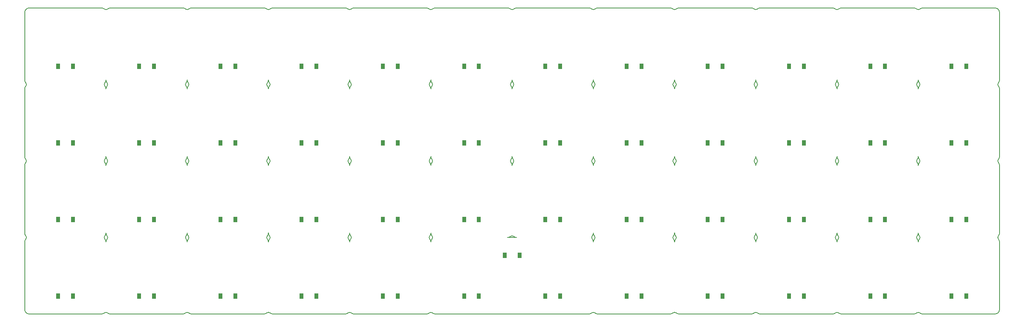
<source format=gbr>
G04 #@! TF.GenerationSoftware,KiCad,Pcbnew,5.1.5+dfsg1-2build2*
G04 #@! TF.CreationDate,2023-07-29T21:16:48+00:00*
G04 #@! TF.ProjectId,planck_routed,706c616e-636b-45f7-926f-757465642e6b,v1.0.0*
G04 #@! TF.SameCoordinates,Original*
G04 #@! TF.FileFunction,Paste,Top*
G04 #@! TF.FilePolarity,Positive*
%FSLAX46Y46*%
G04 Gerber Fmt 4.6, Leading zero omitted, Abs format (unit mm)*
G04 Created by KiCad (PCBNEW 5.1.5+dfsg1-2build2) date 2023-07-29 21:16:48*
%MOMM*%
%LPD*%
G04 APERTURE LIST*
G04 #@! TA.AperFunction,Profile*
%ADD10C,0.150000*%
G04 #@! TD*
%ADD11R,0.900000X1.200000*%
G04 APERTURE END LIST*
D10*
X-8000000Y8500000D02*
X8000000Y8500000D01*
X8666667Y8754644D02*
G75*
G02X8000000Y8500000I-666667J745356D01*
G01*
X8745356Y25166667D02*
G75*
G02X9000000Y24500000I-745356J-666667D01*
G01*
X-9000000Y24500000D02*
G75*
G02X-8745356Y25166667I1000000J0D01*
G01*
X-9000000Y24500000D02*
X-9000000Y9500000D01*
X-8000000Y8500000D02*
G75*
G02X-9000000Y9500000I0J1000000D01*
G01*
X9000000Y26500000D02*
G75*
G02X8745356Y25833333I-1000000J0D01*
G01*
X8745356Y42166667D02*
G75*
G02X9000000Y41500000I-745356J-666667D01*
G01*
X-9000000Y41500000D02*
G75*
G02X-8745356Y42166667I1000000J0D01*
G01*
X-9000000Y41500000D02*
X-9000000Y26500000D01*
X-8745356Y25833333D02*
G75*
G02X-9000000Y26500000I745356J666667D01*
G01*
X9000000Y43500000D02*
G75*
G02X8745356Y42833333I-1000000J0D01*
G01*
X8745356Y59166667D02*
G75*
G02X9000000Y58500000I-745356J-666667D01*
G01*
X-9000000Y58500000D02*
G75*
G02X-8745356Y59166667I1000000J0D01*
G01*
X-9000000Y58500000D02*
X-9000000Y43500000D01*
X-8745356Y42833333D02*
G75*
G02X-9000000Y43500000I745356J666667D01*
G01*
X9000000Y60500000D02*
G75*
G02X8745356Y59833333I-1000000J0D01*
G01*
X8000000Y76500000D02*
G75*
G02X8666667Y76245356I0J-1000000D01*
G01*
X8000000Y76500000D02*
X-8000000Y76500000D01*
X-9000000Y75500000D02*
G75*
G02X-8000000Y76500000I1000000J0D01*
G01*
X-9000000Y75500000D02*
X-9000000Y60500000D01*
X-8745356Y59833333D02*
G75*
G02X-9000000Y60500000I745356J666667D01*
G01*
X10000000Y8500000D02*
X26000000Y8500000D01*
X26666667Y8754644D02*
G75*
G02X26000000Y8500000I-666667J745356D01*
G01*
X26745356Y25166667D02*
G75*
G02X27000000Y24500000I-745356J-666667D01*
G01*
X9000000Y24500000D02*
G75*
G02X9254644Y25166667I1000000J0D01*
G01*
X10000000Y8500000D02*
G75*
G02X9333333Y8754644I0J1000000D01*
G01*
X27000000Y26500000D02*
G75*
G02X26745356Y25833333I-1000000J0D01*
G01*
X26745356Y42166667D02*
G75*
G02X27000000Y41500000I-745356J-666667D01*
G01*
X9000000Y41500000D02*
G75*
G02X9254644Y42166667I1000000J0D01*
G01*
X9254644Y25833333D02*
G75*
G02X9000000Y26500000I745356J666667D01*
G01*
X27000000Y43500000D02*
G75*
G02X26745356Y42833333I-1000000J0D01*
G01*
X26745356Y59166667D02*
G75*
G02X27000000Y58500000I-745356J-666667D01*
G01*
X9000000Y58500000D02*
G75*
G02X9254644Y59166667I1000000J0D01*
G01*
X9254644Y42833333D02*
G75*
G02X9000000Y43500000I745356J666667D01*
G01*
X27000000Y60500000D02*
G75*
G02X26745356Y59833333I-1000000J0D01*
G01*
X26000000Y76500000D02*
G75*
G02X26666667Y76245356I0J-1000000D01*
G01*
X26000000Y76500000D02*
X10000000Y76500000D01*
X9333333Y76245356D02*
G75*
G02X10000000Y76500000I666667J-745356D01*
G01*
X9254644Y59833333D02*
G75*
G02X9000000Y60500000I745356J666667D01*
G01*
X28000000Y8500000D02*
X44000000Y8500000D01*
X44666667Y8754644D02*
G75*
G02X44000000Y8500000I-666667J745356D01*
G01*
X44745356Y25166667D02*
G75*
G02X45000000Y24500000I-745356J-666667D01*
G01*
X27000000Y24500000D02*
G75*
G02X27254644Y25166667I1000000J0D01*
G01*
X28000000Y8500000D02*
G75*
G02X27333333Y8754644I0J1000000D01*
G01*
X45000000Y26500000D02*
G75*
G02X44745356Y25833333I-1000000J0D01*
G01*
X44745356Y42166667D02*
G75*
G02X45000000Y41500000I-745356J-666667D01*
G01*
X27000000Y41500000D02*
G75*
G02X27254644Y42166667I1000000J0D01*
G01*
X27254644Y25833333D02*
G75*
G02X27000000Y26500000I745356J666667D01*
G01*
X45000000Y43500000D02*
G75*
G02X44745356Y42833333I-1000000J0D01*
G01*
X44745356Y59166667D02*
G75*
G02X45000000Y58500000I-745356J-666667D01*
G01*
X27000000Y58500000D02*
G75*
G02X27254644Y59166667I1000000J0D01*
G01*
X27254644Y42833333D02*
G75*
G02X27000000Y43500000I745356J666667D01*
G01*
X45000000Y60500000D02*
G75*
G02X44745356Y59833333I-1000000J0D01*
G01*
X44000000Y76500000D02*
G75*
G02X44666667Y76245356I0J-1000000D01*
G01*
X44000000Y76500000D02*
X28000000Y76500000D01*
X27333333Y76245356D02*
G75*
G02X28000000Y76500000I666667J-745356D01*
G01*
X27254644Y59833333D02*
G75*
G02X27000000Y60500000I745356J666667D01*
G01*
X46000000Y8500000D02*
X62000000Y8500000D01*
X62666667Y8754644D02*
G75*
G02X62000000Y8500000I-666667J745356D01*
G01*
X62745356Y25166667D02*
G75*
G02X63000000Y24500000I-745356J-666667D01*
G01*
X45000000Y24500000D02*
G75*
G02X45254644Y25166667I1000000J0D01*
G01*
X46000000Y8500000D02*
G75*
G02X45333333Y8754644I0J1000000D01*
G01*
X63000000Y26500000D02*
G75*
G02X62745356Y25833333I-1000000J0D01*
G01*
X62745356Y42166667D02*
G75*
G02X63000000Y41500000I-745356J-666667D01*
G01*
X45000000Y41500000D02*
G75*
G02X45254644Y42166667I1000000J0D01*
G01*
X45254644Y25833333D02*
G75*
G02X45000000Y26500000I745356J666667D01*
G01*
X63000000Y43500000D02*
G75*
G02X62745356Y42833333I-1000000J0D01*
G01*
X62745356Y59166667D02*
G75*
G02X63000000Y58500000I-745356J-666667D01*
G01*
X45000000Y58500000D02*
G75*
G02X45254644Y59166667I1000000J0D01*
G01*
X45254644Y42833333D02*
G75*
G02X45000000Y43500000I745356J666667D01*
G01*
X63000000Y60500000D02*
G75*
G02X62745356Y59833333I-1000000J0D01*
G01*
X62000000Y76500000D02*
G75*
G02X62666667Y76245356I0J-1000000D01*
G01*
X62000000Y76500000D02*
X46000000Y76500000D01*
X45333333Y76245356D02*
G75*
G02X46000000Y76500000I666667J-745356D01*
G01*
X45254644Y59833333D02*
G75*
G02X45000000Y60500000I745356J666667D01*
G01*
X64000000Y8500000D02*
X80000000Y8500000D01*
X80666667Y8754644D02*
G75*
G02X80000000Y8500000I-666667J745356D01*
G01*
X80745356Y25166667D02*
G75*
G02X81000000Y24500000I-745356J-666667D01*
G01*
X63000000Y24500000D02*
G75*
G02X63254644Y25166667I1000000J0D01*
G01*
X64000000Y8500000D02*
G75*
G02X63333333Y8754644I0J1000000D01*
G01*
X81000000Y26500000D02*
G75*
G02X80745356Y25833333I-1000000J0D01*
G01*
X80745356Y42166667D02*
G75*
G02X81000000Y41500000I-745356J-666667D01*
G01*
X63000000Y41500000D02*
G75*
G02X63254644Y42166667I1000000J0D01*
G01*
X63254644Y25833333D02*
G75*
G02X63000000Y26500000I745356J666667D01*
G01*
X81000000Y43500000D02*
G75*
G02X80745356Y42833333I-1000000J0D01*
G01*
X80745356Y59166667D02*
G75*
G02X81000000Y58500000I-745356J-666667D01*
G01*
X63000000Y58500000D02*
G75*
G02X63254644Y59166667I1000000J0D01*
G01*
X63254644Y42833333D02*
G75*
G02X63000000Y43500000I745356J666667D01*
G01*
X81000000Y60500000D02*
G75*
G02X80745356Y59833333I-1000000J0D01*
G01*
X80000000Y76500000D02*
G75*
G02X80666667Y76245356I0J-1000000D01*
G01*
X80000000Y76500000D02*
X64000000Y76500000D01*
X63333333Y76245356D02*
G75*
G02X64000000Y76500000I666667J-745356D01*
G01*
X63254644Y59833333D02*
G75*
G02X63000000Y60500000I745356J666667D01*
G01*
X82000000Y8500000D02*
X116000000Y8500000D01*
X81000000Y24500000D02*
G75*
G02X81254644Y25166667I1000000J0D01*
G01*
X82000000Y8500000D02*
G75*
G02X81333333Y8754644I0J1000000D01*
G01*
X98666667Y25754644D02*
G75*
G02X98000000Y25500000I-666667J745356D01*
G01*
X98745356Y42166667D02*
G75*
G02X99000000Y41500000I-745356J-666667D01*
G01*
X81000000Y41500000D02*
G75*
G02X81254644Y42166667I1000000J0D01*
G01*
X81254644Y25833333D02*
G75*
G02X81000000Y26500000I745356J666667D01*
G01*
X99000000Y43500000D02*
G75*
G02X98745356Y42833333I-1000000J0D01*
G01*
X98745356Y59166667D02*
G75*
G02X99000000Y58500000I-745356J-666667D01*
G01*
X81000000Y58500000D02*
G75*
G02X81254644Y59166667I1000000J0D01*
G01*
X81254644Y42833333D02*
G75*
G02X81000000Y43500000I745356J666667D01*
G01*
X99000000Y60500000D02*
G75*
G02X98745356Y59833333I-1000000J0D01*
G01*
X98000000Y76500000D02*
G75*
G02X98666667Y76245356I0J-1000000D01*
G01*
X98000000Y76500000D02*
X82000000Y76500000D01*
X81333333Y76245356D02*
G75*
G02X82000000Y76500000I666667J-745356D01*
G01*
X81254644Y59833333D02*
G75*
G02X81000000Y60500000I745356J666667D01*
G01*
X100000000Y25500000D02*
X98000000Y25500000D01*
X116666667Y8754644D02*
G75*
G02X116000000Y8500000I-666667J745356D01*
G01*
X116745356Y25166667D02*
G75*
G02X117000000Y24500000I-745356J-666667D01*
G01*
X117000000Y26500000D02*
G75*
G02X116745356Y25833333I-1000000J0D01*
G01*
X116745356Y42166667D02*
G75*
G02X117000000Y41500000I-745356J-666667D01*
G01*
X99000000Y41500000D02*
G75*
G02X99254644Y42166667I1000000J0D01*
G01*
X100000000Y25500000D02*
G75*
G02X99333333Y25754644I0J1000000D01*
G01*
X117000000Y43500000D02*
G75*
G02X116745356Y42833333I-1000000J0D01*
G01*
X116745356Y59166667D02*
G75*
G02X117000000Y58500000I-745356J-666667D01*
G01*
X99000000Y58500000D02*
G75*
G02X99254644Y59166667I1000000J0D01*
G01*
X99254644Y42833333D02*
G75*
G02X99000000Y43500000I745356J666667D01*
G01*
X117000000Y60500000D02*
G75*
G02X116745356Y59833333I-1000000J0D01*
G01*
X116000000Y76500000D02*
G75*
G02X116666667Y76245356I0J-1000000D01*
G01*
X116000000Y76500000D02*
X100000000Y76500000D01*
X99333333Y76245356D02*
G75*
G02X100000000Y76500000I666667J-745356D01*
G01*
X99254644Y59833333D02*
G75*
G02X99000000Y60500000I745356J666667D01*
G01*
X118000000Y8500000D02*
X134000000Y8500000D01*
X134666667Y8754644D02*
G75*
G02X134000000Y8500000I-666667J745356D01*
G01*
X134745356Y25166667D02*
G75*
G02X135000000Y24500000I-745356J-666667D01*
G01*
X117000000Y24500000D02*
G75*
G02X117254644Y25166667I1000000J0D01*
G01*
X118000000Y8500000D02*
G75*
G02X117333333Y8754644I0J1000000D01*
G01*
X135000000Y26500000D02*
G75*
G02X134745356Y25833333I-1000000J0D01*
G01*
X134745356Y42166667D02*
G75*
G02X135000000Y41500000I-745356J-666667D01*
G01*
X117000000Y41500000D02*
G75*
G02X117254644Y42166667I1000000J0D01*
G01*
X117254644Y25833333D02*
G75*
G02X117000000Y26500000I745356J666667D01*
G01*
X135000000Y43500000D02*
G75*
G02X134745356Y42833333I-1000000J0D01*
G01*
X134745356Y59166667D02*
G75*
G02X135000000Y58500000I-745356J-666667D01*
G01*
X117000000Y58500000D02*
G75*
G02X117254644Y59166667I1000000J0D01*
G01*
X117254644Y42833333D02*
G75*
G02X117000000Y43500000I745356J666667D01*
G01*
X135000000Y60500000D02*
G75*
G02X134745356Y59833333I-1000000J0D01*
G01*
X134000000Y76500000D02*
G75*
G02X134666667Y76245356I0J-1000000D01*
G01*
X134000000Y76500000D02*
X118000000Y76500000D01*
X117333333Y76245356D02*
G75*
G02X118000000Y76500000I666667J-745356D01*
G01*
X117254644Y59833333D02*
G75*
G02X117000000Y60500000I745356J666667D01*
G01*
X136000000Y8500000D02*
X152000000Y8500000D01*
X152666667Y8754644D02*
G75*
G02X152000000Y8500000I-666667J745356D01*
G01*
X152745356Y25166667D02*
G75*
G02X153000000Y24500000I-745356J-666667D01*
G01*
X135000000Y24500000D02*
G75*
G02X135254644Y25166667I1000000J0D01*
G01*
X136000000Y8500000D02*
G75*
G02X135333333Y8754644I0J1000000D01*
G01*
X153000000Y26500000D02*
G75*
G02X152745356Y25833333I-1000000J0D01*
G01*
X152745356Y42166667D02*
G75*
G02X153000000Y41500000I-745356J-666667D01*
G01*
X135000000Y41500000D02*
G75*
G02X135254644Y42166667I1000000J0D01*
G01*
X135254644Y25833333D02*
G75*
G02X135000000Y26500000I745356J666667D01*
G01*
X153000000Y43500000D02*
G75*
G02X152745356Y42833333I-1000000J0D01*
G01*
X152745356Y59166667D02*
G75*
G02X153000000Y58500000I-745356J-666667D01*
G01*
X135000000Y58500000D02*
G75*
G02X135254644Y59166667I1000000J0D01*
G01*
X135254644Y42833333D02*
G75*
G02X135000000Y43500000I745356J666667D01*
G01*
X153000000Y60500000D02*
G75*
G02X152745356Y59833333I-1000000J0D01*
G01*
X152000000Y76500000D02*
G75*
G02X152666667Y76245356I0J-1000000D01*
G01*
X152000000Y76500000D02*
X136000000Y76500000D01*
X135333333Y76245356D02*
G75*
G02X136000000Y76500000I666667J-745356D01*
G01*
X135254644Y59833333D02*
G75*
G02X135000000Y60500000I745356J666667D01*
G01*
X154000000Y8500000D02*
X170000000Y8500000D01*
X170666667Y8754644D02*
G75*
G02X170000000Y8500000I-666667J745356D01*
G01*
X170745356Y25166667D02*
G75*
G02X171000000Y24500000I-745356J-666667D01*
G01*
X153000000Y24500000D02*
G75*
G02X153254644Y25166667I1000000J0D01*
G01*
X154000000Y8500000D02*
G75*
G02X153333333Y8754644I0J1000000D01*
G01*
X171000000Y26500000D02*
G75*
G02X170745356Y25833333I-1000000J0D01*
G01*
X170745356Y42166667D02*
G75*
G02X171000000Y41500000I-745356J-666667D01*
G01*
X153000000Y41500000D02*
G75*
G02X153254644Y42166667I1000000J0D01*
G01*
X153254644Y25833333D02*
G75*
G02X153000000Y26500000I745356J666667D01*
G01*
X171000000Y43500000D02*
G75*
G02X170745356Y42833333I-1000000J0D01*
G01*
X170745356Y59166667D02*
G75*
G02X171000000Y58500000I-745356J-666667D01*
G01*
X153000000Y58500000D02*
G75*
G02X153254644Y59166667I1000000J0D01*
G01*
X153254644Y42833333D02*
G75*
G02X153000000Y43500000I745356J666667D01*
G01*
X171000000Y60500000D02*
G75*
G02X170745356Y59833333I-1000000J0D01*
G01*
X170000000Y76500000D02*
G75*
G02X170666667Y76245356I0J-1000000D01*
G01*
X170000000Y76500000D02*
X154000000Y76500000D01*
X153333333Y76245356D02*
G75*
G02X154000000Y76500000I666667J-745356D01*
G01*
X153254644Y59833333D02*
G75*
G02X153000000Y60500000I745356J666667D01*
G01*
X172000000Y8500000D02*
X188000000Y8500000D01*
X188666667Y8754644D02*
G75*
G02X188000000Y8500000I-666667J745356D01*
G01*
X188745356Y25166667D02*
G75*
G02X189000000Y24500000I-745356J-666667D01*
G01*
X171000000Y24500000D02*
G75*
G02X171254644Y25166667I1000000J0D01*
G01*
X172000000Y8500000D02*
G75*
G02X171333333Y8754644I0J1000000D01*
G01*
X189000000Y26500000D02*
G75*
G02X188745356Y25833333I-1000000J0D01*
G01*
X188745356Y42166667D02*
G75*
G02X189000000Y41500000I-745356J-666667D01*
G01*
X171000000Y41500000D02*
G75*
G02X171254644Y42166667I1000000J0D01*
G01*
X171254644Y25833333D02*
G75*
G02X171000000Y26500000I745356J666667D01*
G01*
X189000000Y43500000D02*
G75*
G02X188745356Y42833333I-1000000J0D01*
G01*
X188745356Y59166667D02*
G75*
G02X189000000Y58500000I-745356J-666667D01*
G01*
X171000000Y58500000D02*
G75*
G02X171254644Y59166667I1000000J0D01*
G01*
X171254644Y42833333D02*
G75*
G02X171000000Y43500000I745356J666667D01*
G01*
X189000000Y60500000D02*
G75*
G02X188745356Y59833333I-1000000J0D01*
G01*
X188000000Y76500000D02*
G75*
G02X188666667Y76245356I0J-1000000D01*
G01*
X188000000Y76500000D02*
X172000000Y76500000D01*
X171333333Y76245356D02*
G75*
G02X172000000Y76500000I666667J-745356D01*
G01*
X171254644Y59833333D02*
G75*
G02X171000000Y60500000I745356J666667D01*
G01*
X190000000Y8500000D02*
X206000000Y8500000D01*
X207000000Y9500000D02*
G75*
G02X206000000Y8500000I-1000000J0D01*
G01*
X207000000Y9500000D02*
X207000000Y24500000D01*
X206745356Y25166667D02*
G75*
G02X207000000Y24500000I-745356J-666667D01*
G01*
X189000000Y24500000D02*
G75*
G02X189254644Y25166667I1000000J0D01*
G01*
X190000000Y8500000D02*
G75*
G02X189333333Y8754644I0J1000000D01*
G01*
X207000000Y26500000D02*
G75*
G02X206745356Y25833333I-1000000J0D01*
G01*
X207000000Y26500000D02*
X207000000Y41500000D01*
X206745356Y42166667D02*
G75*
G02X207000000Y41500000I-745356J-666667D01*
G01*
X189000000Y41500000D02*
G75*
G02X189254644Y42166667I1000000J0D01*
G01*
X189254644Y25833333D02*
G75*
G02X189000000Y26500000I745356J666667D01*
G01*
X207000000Y43500000D02*
G75*
G02X206745356Y42833333I-1000000J0D01*
G01*
X207000000Y43500000D02*
X207000000Y58500000D01*
X206745356Y59166667D02*
G75*
G02X207000000Y58500000I-745356J-666667D01*
G01*
X189000000Y58500000D02*
G75*
G02X189254644Y59166667I1000000J0D01*
G01*
X189254644Y42833333D02*
G75*
G02X189000000Y43500000I745356J666667D01*
G01*
X207000000Y60500000D02*
G75*
G02X206745356Y59833333I-1000000J0D01*
G01*
X207000000Y60500000D02*
X207000000Y75500000D01*
X206000000Y76500000D02*
G75*
G02X207000000Y75500000I0J-1000000D01*
G01*
X206000000Y76500000D02*
X190000000Y76500000D01*
X189333333Y76245356D02*
G75*
G02X190000000Y76500000I666667J-745356D01*
G01*
X189254644Y59833333D02*
G75*
G02X189000000Y60500000I745356J666667D01*
G01*
X8666666Y8754644D02*
G75*
G02X9333333Y8754644I333334J-372678D01*
G01*
X26666666Y8754644D02*
G75*
G02X27333333Y8754644I333334J-372678D01*
G01*
X44666666Y8754644D02*
G75*
G02X45333333Y8754644I333334J-372678D01*
G01*
X62666666Y8754644D02*
G75*
G02X63333333Y8754644I333334J-372678D01*
G01*
X80666666Y8754644D02*
G75*
G02X81333333Y8754644I333334J-372678D01*
G01*
X116666666Y8754644D02*
G75*
G02X117333333Y8754644I333334J-372678D01*
G01*
X134666666Y8754644D02*
G75*
G02X135333333Y8754644I333334J-372678D01*
G01*
X152666666Y8754644D02*
G75*
G02X153333333Y8754644I333334J-372678D01*
G01*
X170666666Y8754644D02*
G75*
G02X171333333Y8754644I333334J-372678D01*
G01*
X188666666Y8754644D02*
G75*
G02X189333333Y8754644I333334J-372678D01*
G01*
X206745356Y25166666D02*
G75*
G02X206745356Y25833333I372678J333334D01*
G01*
X206745356Y42166666D02*
G75*
G02X206745356Y42833333I372678J333334D01*
G01*
X206745356Y59166666D02*
G75*
G02X206745356Y59833333I372678J333334D01*
G01*
X189333334Y76245356D02*
G75*
G02X188666667Y76245356I-333334J372678D01*
G01*
X171333334Y76245356D02*
G75*
G02X170666667Y76245356I-333334J372678D01*
G01*
X153333334Y76245356D02*
G75*
G02X152666667Y76245356I-333334J372678D01*
G01*
X135333334Y76245356D02*
G75*
G02X134666667Y76245356I-333334J372678D01*
G01*
X117333334Y76245356D02*
G75*
G02X116666667Y76245356I-333334J372678D01*
G01*
X99333334Y76245356D02*
G75*
G02X98666667Y76245356I-333334J372678D01*
G01*
X81333334Y76245356D02*
G75*
G02X80666667Y76245356I-333334J372678D01*
G01*
X63333334Y76245356D02*
G75*
G02X62666667Y76245356I-333334J372678D01*
G01*
X45333334Y76245356D02*
G75*
G02X44666667Y76245356I-333334J372678D01*
G01*
X27333334Y76245356D02*
G75*
G02X26666667Y76245356I-333334J372678D01*
G01*
X9333334Y76245356D02*
G75*
G02X8666667Y76245356I-333334J372678D01*
G01*
X-8745356Y59833334D02*
G75*
G02X-8745356Y59166667I-372678J-333334D01*
G01*
X-8745356Y42833334D02*
G75*
G02X-8745356Y42166667I-372678J-333334D01*
G01*
X-8745356Y25833334D02*
G75*
G02X-8745356Y25166667I-372678J-333334D01*
G01*
X8745356Y25166666D02*
G75*
G02X8745356Y25833333I372678J333334D01*
G01*
X9254644Y25833334D02*
G75*
G02X9254644Y25166667I-372678J-333334D01*
G01*
X8745356Y42166666D02*
G75*
G02X8745356Y42833333I372678J333334D01*
G01*
X9254644Y42833334D02*
G75*
G02X9254644Y42166667I-372678J-333334D01*
G01*
X8745356Y59166666D02*
G75*
G02X8745356Y59833333I372678J333334D01*
G01*
X9254644Y59833334D02*
G75*
G02X9254644Y59166667I-372678J-333334D01*
G01*
X26745356Y25166666D02*
G75*
G02X26745356Y25833333I372678J333334D01*
G01*
X27254644Y25833334D02*
G75*
G02X27254644Y25166667I-372678J-333334D01*
G01*
X26745356Y42166666D02*
G75*
G02X26745356Y42833333I372678J333334D01*
G01*
X27254644Y42833334D02*
G75*
G02X27254644Y42166667I-372678J-333334D01*
G01*
X26745356Y59166666D02*
G75*
G02X26745356Y59833333I372678J333334D01*
G01*
X27254644Y59833334D02*
G75*
G02X27254644Y59166667I-372678J-333334D01*
G01*
X44745356Y25166666D02*
G75*
G02X44745356Y25833333I372678J333334D01*
G01*
X45254644Y25833334D02*
G75*
G02X45254644Y25166667I-372678J-333334D01*
G01*
X44745356Y42166666D02*
G75*
G02X44745356Y42833333I372678J333334D01*
G01*
X45254644Y42833334D02*
G75*
G02X45254644Y42166667I-372678J-333334D01*
G01*
X44745356Y59166666D02*
G75*
G02X44745356Y59833333I372678J333334D01*
G01*
X45254644Y59833334D02*
G75*
G02X45254644Y59166667I-372678J-333334D01*
G01*
X62745356Y25166666D02*
G75*
G02X62745356Y25833333I372678J333334D01*
G01*
X63254644Y25833334D02*
G75*
G02X63254644Y25166667I-372678J-333334D01*
G01*
X62745356Y42166666D02*
G75*
G02X62745356Y42833333I372678J333334D01*
G01*
X63254644Y42833334D02*
G75*
G02X63254644Y42166667I-372678J-333334D01*
G01*
X62745356Y59166666D02*
G75*
G02X62745356Y59833333I372678J333334D01*
G01*
X63254644Y59833334D02*
G75*
G02X63254644Y59166667I-372678J-333334D01*
G01*
X80745356Y25166666D02*
G75*
G02X80745356Y25833333I372678J333334D01*
G01*
X81254644Y25833334D02*
G75*
G02X81254644Y25166667I-372678J-333334D01*
G01*
X80745356Y42166666D02*
G75*
G02X80745356Y42833333I372678J333334D01*
G01*
X81254644Y42833334D02*
G75*
G02X81254644Y42166667I-372678J-333334D01*
G01*
X80745356Y59166666D02*
G75*
G02X80745356Y59833333I372678J333334D01*
G01*
X81254644Y59833334D02*
G75*
G02X81254644Y59166667I-372678J-333334D01*
G01*
X98745356Y42166666D02*
G75*
G02X98745356Y42833333I372678J333334D01*
G01*
X99254644Y42833334D02*
G75*
G02X99254644Y42166667I-372678J-333334D01*
G01*
X98745356Y59166666D02*
G75*
G02X98745356Y59833333I372678J333334D01*
G01*
X99254644Y59833334D02*
G75*
G02X99254644Y59166667I-372678J-333334D01*
G01*
X116745356Y25166666D02*
G75*
G02X116745356Y25833333I372678J333334D01*
G01*
X117254644Y25833334D02*
G75*
G02X117254644Y25166667I-372678J-333334D01*
G01*
X116745356Y42166666D02*
G75*
G02X116745356Y42833333I372678J333334D01*
G01*
X117254644Y42833334D02*
G75*
G02X117254644Y42166667I-372678J-333334D01*
G01*
X116745356Y59166666D02*
G75*
G02X116745356Y59833333I372678J333334D01*
G01*
X117254644Y59833334D02*
G75*
G02X117254644Y59166667I-372678J-333334D01*
G01*
X134745356Y25166666D02*
G75*
G02X134745356Y25833333I372678J333334D01*
G01*
X135254644Y25833334D02*
G75*
G02X135254644Y25166667I-372678J-333334D01*
G01*
X134745356Y42166666D02*
G75*
G02X134745356Y42833333I372678J333334D01*
G01*
X135254644Y42833334D02*
G75*
G02X135254644Y42166667I-372678J-333334D01*
G01*
X134745356Y59166666D02*
G75*
G02X134745356Y59833333I372678J333334D01*
G01*
X135254644Y59833334D02*
G75*
G02X135254644Y59166667I-372678J-333334D01*
G01*
X152745356Y25166666D02*
G75*
G02X152745356Y25833333I372678J333334D01*
G01*
X153254644Y25833334D02*
G75*
G02X153254644Y25166667I-372678J-333334D01*
G01*
X152745356Y42166666D02*
G75*
G02X152745356Y42833333I372678J333334D01*
G01*
X153254644Y42833334D02*
G75*
G02X153254644Y42166667I-372678J-333334D01*
G01*
X152745356Y59166666D02*
G75*
G02X152745356Y59833333I372678J333334D01*
G01*
X153254644Y59833334D02*
G75*
G02X153254644Y59166667I-372678J-333334D01*
G01*
X170745356Y25166666D02*
G75*
G02X170745356Y25833333I372678J333334D01*
G01*
X171254644Y25833334D02*
G75*
G02X171254644Y25166667I-372678J-333334D01*
G01*
X170745356Y42166666D02*
G75*
G02X170745356Y42833333I372678J333334D01*
G01*
X171254644Y42833334D02*
G75*
G02X171254644Y42166667I-372678J-333334D01*
G01*
X170745356Y59166666D02*
G75*
G02X170745356Y59833333I372678J333334D01*
G01*
X171254644Y59833334D02*
G75*
G02X171254644Y59166667I-372678J-333334D01*
G01*
X188745356Y25166666D02*
G75*
G02X188745356Y25833333I372678J333334D01*
G01*
X189254644Y25833334D02*
G75*
G02X189254644Y25166667I-372678J-333334D01*
G01*
X188745356Y42166666D02*
G75*
G02X188745356Y42833333I372678J333334D01*
G01*
X189254644Y42833334D02*
G75*
G02X189254644Y42166667I-372678J-333334D01*
G01*
X188745356Y59166666D02*
G75*
G02X188745356Y59833333I372678J333334D01*
G01*
X189254644Y59833334D02*
G75*
G02X189254644Y59166667I-372678J-333334D01*
G01*
X98666666Y25754644D02*
G75*
G02X99333333Y25754644I333334J-372678D01*
G01*
D11*
G04 #@! TO.C,D1*
X-1650000Y12500000D03*
X1650000Y12500000D03*
G04 #@! TD*
G04 #@! TO.C,D2*
X-1650000Y29500000D03*
X1650000Y29500000D03*
G04 #@! TD*
G04 #@! TO.C,D3*
X-1650000Y46500000D03*
X1650000Y46500000D03*
G04 #@! TD*
G04 #@! TO.C,D4*
X-1650000Y63500000D03*
X1650000Y63500000D03*
G04 #@! TD*
G04 #@! TO.C,D5*
X16350000Y12500000D03*
X19650000Y12500000D03*
G04 #@! TD*
G04 #@! TO.C,D6*
X16350000Y29500000D03*
X19650000Y29500000D03*
G04 #@! TD*
G04 #@! TO.C,D7*
X16350000Y46500000D03*
X19650000Y46500000D03*
G04 #@! TD*
G04 #@! TO.C,D8*
X16350000Y63500000D03*
X19650000Y63500000D03*
G04 #@! TD*
G04 #@! TO.C,D9*
X34350000Y12500000D03*
X37650000Y12500000D03*
G04 #@! TD*
G04 #@! TO.C,D10*
X34350000Y29500000D03*
X37650000Y29500000D03*
G04 #@! TD*
G04 #@! TO.C,D11*
X34350000Y46500000D03*
X37650000Y46500000D03*
G04 #@! TD*
G04 #@! TO.C,D12*
X34350000Y63500000D03*
X37650000Y63500000D03*
G04 #@! TD*
G04 #@! TO.C,D13*
X52350000Y12500000D03*
X55650000Y12500000D03*
G04 #@! TD*
G04 #@! TO.C,D14*
X52350000Y29500000D03*
X55650000Y29500000D03*
G04 #@! TD*
G04 #@! TO.C,D15*
X52350000Y46500000D03*
X55650000Y46500000D03*
G04 #@! TD*
G04 #@! TO.C,D16*
X52350000Y63500000D03*
X55650000Y63500000D03*
G04 #@! TD*
G04 #@! TO.C,D17*
X70350000Y12500000D03*
X73650000Y12500000D03*
G04 #@! TD*
G04 #@! TO.C,D18*
X70350000Y29500000D03*
X73650000Y29500000D03*
G04 #@! TD*
G04 #@! TO.C,D19*
X70350000Y46500000D03*
X73650000Y46500000D03*
G04 #@! TD*
G04 #@! TO.C,D20*
X70350000Y63500000D03*
X73650000Y63500000D03*
G04 #@! TD*
G04 #@! TO.C,D21*
X88350000Y12500000D03*
X91650000Y12500000D03*
G04 #@! TD*
G04 #@! TO.C,D22*
X88350000Y29500000D03*
X91650000Y29500000D03*
G04 #@! TD*
G04 #@! TO.C,D23*
X88350000Y46500000D03*
X91650000Y46500000D03*
G04 #@! TD*
G04 #@! TO.C,D24*
X88350000Y63500000D03*
X91650000Y63500000D03*
G04 #@! TD*
G04 #@! TO.C,D25*
X100650000Y21500000D03*
X97350000Y21500000D03*
G04 #@! TD*
G04 #@! TO.C,D26*
X106350000Y12500000D03*
X109650000Y12500000D03*
G04 #@! TD*
G04 #@! TO.C,D27*
X106350000Y29500000D03*
X109650000Y29500000D03*
G04 #@! TD*
G04 #@! TO.C,D28*
X106350000Y46500000D03*
X109650000Y46500000D03*
G04 #@! TD*
G04 #@! TO.C,D29*
X106350000Y63500000D03*
X109650000Y63500000D03*
G04 #@! TD*
G04 #@! TO.C,D30*
X124350000Y12500000D03*
X127650000Y12500000D03*
G04 #@! TD*
G04 #@! TO.C,D31*
X124350000Y29500000D03*
X127650000Y29500000D03*
G04 #@! TD*
G04 #@! TO.C,D32*
X124350000Y46500000D03*
X127650000Y46500000D03*
G04 #@! TD*
G04 #@! TO.C,D33*
X124350000Y63500000D03*
X127650000Y63500000D03*
G04 #@! TD*
G04 #@! TO.C,D34*
X142350000Y12500000D03*
X145650000Y12500000D03*
G04 #@! TD*
G04 #@! TO.C,D35*
X142350000Y29500000D03*
X145650000Y29500000D03*
G04 #@! TD*
G04 #@! TO.C,D36*
X142350000Y46500000D03*
X145650000Y46500000D03*
G04 #@! TD*
G04 #@! TO.C,D37*
X142350000Y63500000D03*
X145650000Y63500000D03*
G04 #@! TD*
G04 #@! TO.C,D38*
X160350000Y12500000D03*
X163650000Y12500000D03*
G04 #@! TD*
G04 #@! TO.C,D39*
X160350000Y29500000D03*
X163650000Y29500000D03*
G04 #@! TD*
G04 #@! TO.C,D40*
X160350000Y46500000D03*
X163650000Y46500000D03*
G04 #@! TD*
G04 #@! TO.C,D41*
X160350000Y63500000D03*
X163650000Y63500000D03*
G04 #@! TD*
G04 #@! TO.C,D42*
X178350000Y12500000D03*
X181650000Y12500000D03*
G04 #@! TD*
G04 #@! TO.C,D43*
X178350000Y29500000D03*
X181650000Y29500000D03*
G04 #@! TD*
G04 #@! TO.C,D44*
X178350000Y46500000D03*
X181650000Y46500000D03*
G04 #@! TD*
G04 #@! TO.C,D45*
X178350000Y63500000D03*
X181650000Y63500000D03*
G04 #@! TD*
G04 #@! TO.C,D46*
X196350000Y12500000D03*
X199650000Y12500000D03*
G04 #@! TD*
G04 #@! TO.C,D47*
X196350000Y29500000D03*
X199650000Y29500000D03*
G04 #@! TD*
G04 #@! TO.C,D48*
X196350000Y46500000D03*
X199650000Y46500000D03*
G04 #@! TD*
G04 #@! TO.C,D49*
X196350000Y63500000D03*
X199650000Y63500000D03*
G04 #@! TD*
M02*

</source>
